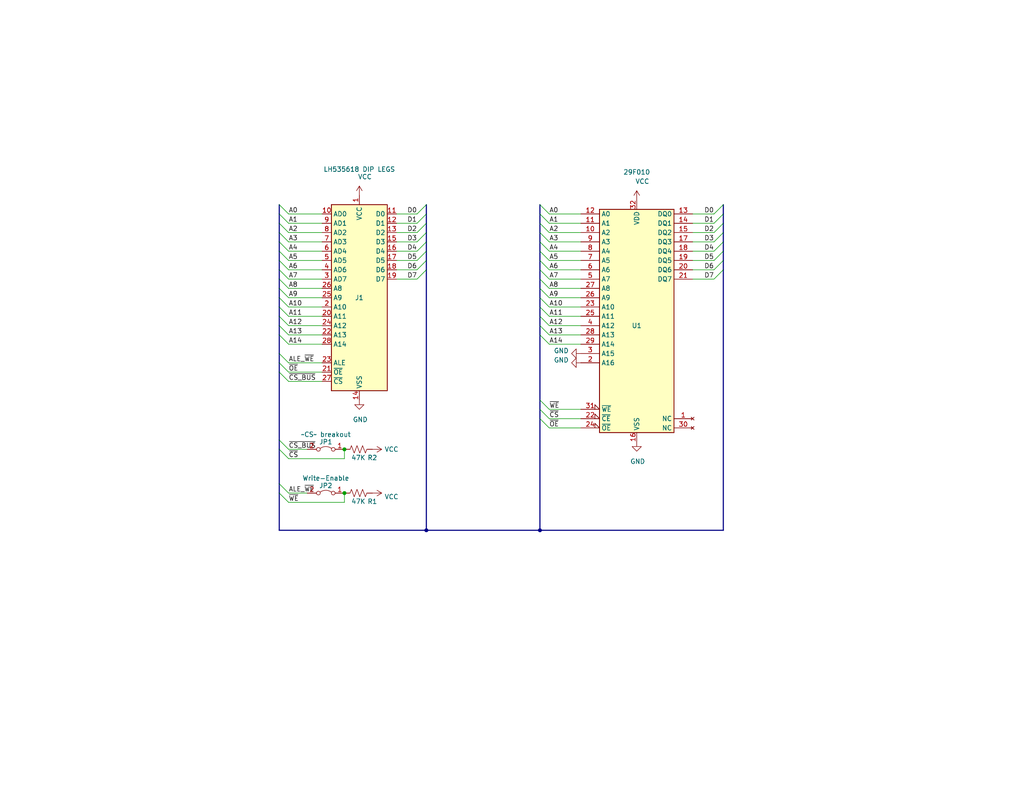
<source format=kicad_sch>
(kicad_sch (version 20211123) (generator eeschema)
  (paper "USLetter")
  (title_block (title "FlashROM_100") (date "2021-03-07") (rev "002") (company "Brian K. White - b.kenyon.w@gmail.com") (comment 1 "TRS-80 Model 100 system rom with suport for REX main rom feature"))
  (lib_symbols
    (symbol "000_LOCAL:Jumper_2_Bridged" (pin_names (offset 0) hide)
      (property "Reference" "JP" (at 0 1.905 0))
      (property "Value" "Jumper_2_Bridged" (at 0 -2.54 0))
      (symbol "Jumper_2_Bridged_0_0"
        (circle (center -2.032 0) (radius 0.508))
        (circle (center 2.032 0) (radius 0.508))
      )
      (symbol "Jumper_2_Bridged_0_1"
        (arc (start 1.524 0.254) (mid 0 0.762) (end -1.524 0.254))
      )
      (symbol "Jumper_2_Bridged_1_1"
        (pin passive line (at -5.08 0 0) (length 2.54) (name "A") (number "1"))
        (pin passive line (at 5.08 0 180) (length 2.54) (name "B") (number "2"))
      )
    )
    (symbol "000_LOCAL:LH535618"
      (property "Reference" "U" (at -7.62 26.67 0))
      (property "Value" "LH535618" (at 2.54 -26.67 0))
      (symbol "LH535618_1_1"
        (rectangle (start -7.62 25.4) (end 7.62 -25.4) (stroke (width 0.254)) (fill (type background)))
        (pin power_in line (at 0 27.94 270) (length 2.54) (name "VCC") (number "1"))
        (pin input line (at -10.16 22.86 0) (length 2.54) (name "AD0") (number "10"))
        (pin tri_state line (at 10.16 22.86 180) (length 2.54) (name "D0") (number "11"))
        (pin tri_state line (at 10.16 20.32 180) (length 2.54) (name "D1") (number "12"))
        (pin tri_state line (at 10.16 17.78 180) (length 2.54) (name "D2") (number "13"))
        (pin power_in line (at 0 -27.94 90) (length 2.54) (name "VSS") (number "14"))
        (pin tri_state line (at 10.16 15.24 180) (length 2.54) (name "D3") (number "15"))
        (pin tri_state line (at 10.16 12.7 180) (length 2.54) (name "D4") (number "16"))
        (pin tri_state line (at 10.16 10.16 180) (length 2.54) (name "D5") (number "17"))
        (pin tri_state line (at 10.16 7.62 180) (length 2.54) (name "D6") (number "18"))
        (pin tri_state line (at 10.16 5.08 180) (length 2.54) (name "D7") (number "19"))
        (pin input line (at -10.16 -2.54 0) (length 2.54) (name "A10") (number "2"))
        (pin input line (at -10.16 -5.08 0) (length 2.54) (name "A11") (number "20"))
        (pin input line (at -10.16 -20.32 0) (length 2.54) (name "~{OE}") (number "21"))
        (pin input line (at -10.16 -10.16 0) (length 2.54) (name "A13") (number "22"))
        (pin input line (at -10.16 -17.78 0) (length 2.54) (name "ALE") (number "23"))
        (pin input line (at -10.16 -7.62 0) (length 2.54) (name "A12") (number "24"))
        (pin input line (at -10.16 0 0) (length 2.54) (name "A9") (number "25"))
        (pin input line (at -10.16 2.54 0) (length 2.54) (name "A8") (number "26"))
        (pin input line (at -10.16 -22.86 0) (length 2.54) (name "~{CS}") (number "27"))
        (pin input line (at -10.16 -12.7 0) (length 2.54) (name "A14") (number "28"))
        (pin input line (at -10.16 5.08 0) (length 2.54) (name "AD7") (number "3"))
        (pin input line (at -10.16 7.62 0) (length 2.54) (name "AD6") (number "4"))
        (pin input line (at -10.16 10.16 0) (length 2.54) (name "AD5") (number "5"))
        (pin input line (at -10.16 12.7 0) (length 2.54) (name "AD4") (number "6"))
        (pin input line (at -10.16 15.24 0) (length 2.54) (name "AD3") (number "7"))
        (pin input line (at -10.16 17.78 0) (length 2.54) (name "AD2") (number "8"))
        (pin input line (at -10.16 20.32 0) (length 2.54) (name "AD1") (number "9"))
      )
    )
    (symbol "000_LOCAL:R_US" (pin_numbers hide) (pin_names (offset 0))
      (property "Reference" "R" (at 2.54 0 90))
      (property "Value" "R_US" (at -2.54 0 90))
      (symbol "R_US_0_1"
        (polyline (pts (xy 0 -2.286) (xy 0 -2.54)))
        (polyline (pts (xy 0 2.286) (xy 0 2.54)))
        (polyline (pts (xy 0 -0.762) (xy 1.016 -1.143) (xy 0 -1.524) (xy -1.016 -1.905) (xy 0 -2.286)))
        (polyline (pts (xy 0 0.762) (xy 1.016 0.381) (xy 0 0) (xy -1.016 -0.381) (xy 0 -0.762)))
        (polyline (pts (xy 0 2.286) (xy 1.016 1.905) (xy 0 1.524) (xy -1.016 1.143) (xy 0 0.762)))
      )
      (symbol "R_US_1_1"
        (pin passive line (at 0 3.81 270) (length 1.27) (name "~") (number "1"))
        (pin passive line (at 0 -3.81 90) (length 1.27) (name "~") (number "2"))
      )
    )
    (symbol "000_LOCAL:SST39SF010_PLCC"
      (property "Reference" "U" (at 2.54 33.02 0))
      (property "Value" "SST39SF010_PLCC" (at 0 -30.48 0))
      (symbol "SST39SF010_PLCC_0_0"
        (pin power_in line (at 0 -31.75 90) (length 2.54) (name "VSS") (number "16"))
        (pin power_in line (at 0 34.29 270) (length 2.54) (name "VDD") (number "32"))
      )
      (symbol "SST39SF010_PLCC_0_1"
        (rectangle (start -10.16 31.75) (end 10.16 -29.21) (stroke (width 0.254)) (fill (type background)))
      )
      (symbol "SST39SF010_PLCC_1_1"
        (pin no_connect line (at 15.24 -25.4 180) (length 5.08) (name "NC") (number "1"))
        (pin input line (at -15.24 25.4 0) (length 5.08) (name "A2") (number "10"))
        (pin input line (at -15.24 27.94 0) (length 5.08) (name "A1") (number "11"))
        (pin input line (at -15.24 30.48 0) (length 5.08) (name "A0") (number "12"))
        (pin tri_state line (at 15.24 30.48 180) (length 5.08) (name "DQ0") (number "13"))
        (pin tri_state line (at 15.24 27.94 180) (length 5.08) (name "DQ1") (number "14"))
        (pin tri_state line (at 15.24 25.4 180) (length 5.08) (name "DQ2") (number "15"))
        (pin tri_state line (at 15.24 22.86 180) (length 5.08) (name "DQ3") (number "17"))
        (pin tri_state line (at 15.24 20.32 180) (length 5.08) (name "DQ4") (number "18"))
        (pin tri_state line (at 15.24 17.78 180) (length 5.08) (name "DQ5") (number "19"))
        (pin input line (at -15.24 -10.16 0) (length 5.08) (name "A16") (number "2"))
        (pin tri_state line (at 15.24 15.24 180) (length 5.08) (name "DQ6") (number "20"))
        (pin tri_state line (at 15.24 12.7 180) (length 5.08) (name "DQ7") (number "21"))
        (pin input input_low (at -15.24 -25.4 0) (length 5.08) (name "~{CE}") (number "22"))
        (pin input line (at -15.24 5.08 0) (length 5.08) (name "A10") (number "23"))
        (pin input input_low (at -15.24 -27.94 0) (length 5.08) (name "~{OE}") (number "24"))
        (pin input line (at -15.24 2.54 0) (length 5.08) (name "A11") (number "25"))
        (pin input line (at -15.24 7.62 0) (length 5.08) (name "A9") (number "26"))
        (pin input line (at -15.24 10.16 0) (length 5.08) (name "A8") (number "27"))
        (pin input line (at -15.24 -2.54 0) (length 5.08) (name "A13") (number "28"))
        (pin input line (at -15.24 -5.08 0) (length 5.08) (name "A14") (number "29"))
        (pin input line (at -15.24 -7.62 0) (length 5.08) (name "A15") (number "3"))
        (pin no_connect line (at 15.24 -27.94 180) (length 5.08) (name "NC") (number "30"))
        (pin input input_low (at -15.24 -22.86 0) (length 5.08) (name "~{WE}") (number "31"))
        (pin input line (at -15.24 0 0) (length 5.08) (name "A12") (number "4"))
        (pin input line (at -15.24 12.7 0) (length 5.08) (name "A7") (number "5"))
        (pin input line (at -15.24 15.24 0) (length 5.08) (name "A6") (number "6"))
        (pin input line (at -15.24 17.78 0) (length 5.08) (name "A5") (number "7"))
        (pin input line (at -15.24 20.32 0) (length 5.08) (name "A4") (number "8"))
        (pin input line (at -15.24 22.86 0) (length 5.08) (name "A3") (number "9"))
      )
    )
    (symbol "power:GND" (power) (pin_names (offset 0))
      (property "Value" "GND" (at 0 -3.81 0))
      (symbol "GND_0_1"
        (polyline (pts (xy 0 0) (xy 0 -1.27) (xy 1.27 -1.27) (xy 0 -2.54) (xy -1.27 -1.27) (xy 0 -1.27)))
      )
      (symbol "GND_1_1"
        (pin power_in line (at 0 0 270) (length 0) hide (name "GND") (number "1"))
      )
    )
    (symbol "power:VCC" (power) (pin_names (offset 0))
      (property "Value" "VCC" (at 0 3.81 0))
      (symbol "VCC_0_1"
        (polyline (pts (xy -0.762 1.27) (xy 0 2.54)))
        (polyline (pts (xy 0 0) (xy 0 2.54)))
        (polyline (pts (xy 0 2.54) (xy 0.762 1.27)))
      )
      (symbol "VCC_1_1"
        (pin power_in line (at 0 0 90) (length 0) hide (name "VCC") (number "1"))
      )
    )
  )
  (junction (at 93.98 134.62))
  (junction (at 116.332 144.78))
  (junction (at 93.98 122.682))
  (junction (at 147.32 144.78))
  (bus_entry (at 147.32 76.2) (size 2.54 2.54))
  (bus_entry (at 147.32 111.76) (size 2.54 2.54))
  (bus_entry (at 76.2 91.44) (size 2.54 2.54))
  (bus_entry (at 76.2 88.9) (size 2.54 2.54))
  (bus_entry (at 76.2 73.66) (size 2.54 2.54))
  (bus_entry (at 113.792 58.42) (size 2.54 -2.54))
  (bus_entry (at 76.2 81.28) (size 2.54 2.54))
  (bus_entry (at 113.792 76.2) (size 2.54 -2.54))
  (bus_entry (at 76.2 134.62) (size 2.54 2.54))
  (bus_entry (at 113.792 60.96) (size 2.54 -2.54))
  (bus_entry (at 76.2 58.42) (size 2.54 2.54))
  (bus_entry (at 147.32 86.36) (size 2.54 2.54))
  (bus_entry (at 147.32 71.12) (size 2.54 2.54))
  (bus_entry (at 76.2 122.682) (size 2.54 2.54))
  (bus_entry (at 194.818 68.58) (size 2.54 -2.54))
  (bus_entry (at 113.792 63.5) (size 2.54 -2.54))
  (bus_entry (at 76.2 101.6) (size 2.54 2.54))
  (bus_entry (at 76.2 63.5) (size 2.54 2.54))
  (bus_entry (at 147.32 73.66) (size 2.54 2.54))
  (bus_entry (at 76.2 71.12) (size 2.54 2.54))
  (bus_entry (at 194.818 63.5) (size 2.54 -2.54))
  (bus_entry (at 147.32 91.44) (size 2.54 2.54))
  (bus_entry (at 113.792 66.04) (size 2.54 -2.54))
  (bus_entry (at 76.2 66.04) (size 2.54 2.54))
  (bus_entry (at 147.32 60.96) (size 2.54 2.54))
  (bus_entry (at 147.32 88.9) (size 2.54 2.54))
  (bus_entry (at 194.818 73.66) (size 2.54 -2.54))
  (bus_entry (at 147.32 63.5) (size 2.54 2.54))
  (bus_entry (at 76.2 55.88) (size 2.54 2.54))
  (bus_entry (at 76.2 132.08) (size 2.54 2.54))
  (bus_entry (at 194.818 76.2) (size 2.54 -2.54))
  (bus_entry (at 147.32 109.22) (size 2.54 2.54))
  (bus_entry (at 113.792 71.12) (size 2.54 -2.54))
  (bus_entry (at 147.32 68.58) (size 2.54 2.54))
  (bus_entry (at 76.2 60.96) (size 2.54 2.54))
  (bus_entry (at 147.32 55.88) (size 2.54 2.54))
  (bus_entry (at 76.2 68.58) (size 2.54 2.54))
  (bus_entry (at 113.792 68.58) (size 2.54 -2.54))
  (bus_entry (at 147.32 83.82) (size 2.54 2.54))
  (bus_entry (at 194.818 60.96) (size 2.54 -2.54))
  (bus_entry (at 76.2 83.82) (size 2.54 2.54))
  (bus_entry (at 194.818 66.04) (size 2.54 -2.54))
  (bus_entry (at 76.2 96.52) (size 2.54 2.54))
  (bus_entry (at 147.32 114.3) (size 2.54 2.54))
  (bus_entry (at 113.792 73.66) (size 2.54 -2.54))
  (bus_entry (at 147.32 58.42) (size 2.54 2.54))
  (bus_entry (at 147.32 81.28) (size 2.54 2.54))
  (bus_entry (at 76.2 99.06) (size 2.54 2.54))
  (bus_entry (at 147.32 78.74) (size 2.54 2.54))
  (bus_entry (at 194.818 58.42) (size 2.54 -2.54))
  (bus_entry (at 76.2 120.142) (size 2.54 2.54))
  (bus_entry (at 76.2 86.36) (size 2.54 2.54))
  (bus_entry (at 147.32 66.04) (size 2.54 2.54))
  (bus_entry (at 194.818 71.12) (size 2.54 -2.54))
  (bus_entry (at 76.2 76.2) (size 2.54 2.54))
  (bus_entry (at 76.2 78.74) (size 2.54 2.54))
  (bus (pts (xy 147.32 81.28) (xy 147.32 83.82)))
  (bus (pts (xy 116.332 55.88) (xy 116.332 58.42)))
  (wire (pts (xy 149.86 114.3) (xy 158.496 114.3)))
  (wire (pts (xy 78.74 71.12) (xy 87.884 71.12)))
  (bus (pts (xy 76.2 63.5) (xy 76.2 66.04)))
  (bus (pts (xy 197.358 68.58) (xy 197.358 71.12)))
  (bus (pts (xy 147.32 73.66) (xy 147.32 76.2)))
  (bus (pts (xy 147.32 66.04) (xy 147.32 68.58)))
  (wire (pts (xy 188.976 73.66) (xy 194.818 73.66)))
  (bus (pts (xy 76.2 134.62) (xy 76.2 144.78)))
  (bus (pts (xy 76.2 73.66) (xy 76.2 76.2)))
  (bus (pts (xy 116.332 63.5) (xy 116.332 66.04)))
  (wire (pts (xy 78.74 78.74) (xy 87.884 78.74)))
  (wire (pts (xy 108.204 68.58) (xy 113.792 68.58)))
  (bus (pts (xy 76.2 101.6) (xy 76.2 120.142)))
  (wire (pts (xy 188.976 68.58) (xy 194.818 68.58)))
  (wire (pts (xy 78.74 73.66) (xy 87.884 73.66)))
  (wire (pts (xy 149.86 76.2) (xy 158.496 76.2)))
  (wire (pts (xy 108.204 60.96) (xy 113.792 60.96)))
  (bus (pts (xy 147.32 71.12) (xy 147.32 73.66)))
  (bus (pts (xy 76.2 60.96) (xy 76.2 63.5)))
  (bus (pts (xy 147.32 76.2) (xy 147.32 78.74)))
  (wire (pts (xy 149.86 60.96) (xy 158.496 60.96)))
  (bus (pts (xy 76.2 120.142) (xy 76.2 122.682)))
  (wire (pts (xy 149.86 116.84) (xy 158.496 116.84)))
  (wire (pts (xy 149.86 58.42) (xy 158.496 58.42)))
  (bus (pts (xy 76.2 86.36) (xy 76.2 88.9)))
  (bus (pts (xy 76.2 144.78) (xy 116.332 144.78)))
  (wire (pts (xy 149.86 68.58) (xy 158.496 68.58)))
  (wire (pts (xy 78.74 81.28) (xy 87.884 81.28)))
  (bus (pts (xy 116.332 68.58) (xy 116.332 71.12)))
  (wire (pts (xy 108.204 63.5) (xy 113.792 63.5)))
  (bus (pts (xy 147.32 88.9) (xy 147.32 91.44)))
  (wire (pts (xy 78.74 66.04) (xy 87.884 66.04)))
  (bus (pts (xy 116.332 58.42) (xy 116.332 60.96)))
  (wire (pts (xy 78.74 86.36) (xy 87.884 86.36)))
  (wire (pts (xy 149.86 86.36) (xy 158.496 86.36)))
  (wire (pts (xy 78.74 104.14) (xy 87.884 104.14)))
  (bus (pts (xy 197.358 55.88) (xy 197.358 58.42)))
  (wire (pts (xy 149.86 91.44) (xy 158.496 91.44)))
  (wire (pts (xy 78.74 60.96) (xy 87.884 60.96)))
  (bus (pts (xy 147.32 55.88) (xy 147.32 58.42)))
  (wire (pts (xy 78.74 91.44) (xy 87.884 91.44)))
  (bus (pts (xy 197.358 58.42) (xy 197.358 60.96)))
  (wire (pts (xy 78.74 125.222) (xy 93.98 125.222)))
  (wire (pts (xy 149.86 71.12) (xy 158.496 71.12)))
  (bus (pts (xy 116.332 66.04) (xy 116.332 68.58)))
  (bus (pts (xy 76.2 58.42) (xy 76.2 60.96)))
  (wire (pts (xy 78.74 58.42) (xy 87.884 58.42)))
  (wire (pts (xy 78.74 99.06) (xy 87.884 99.06)))
  (wire (pts (xy 188.976 60.96) (xy 194.818 60.96)))
  (bus (pts (xy 76.2 81.28) (xy 76.2 83.82)))
  (bus (pts (xy 147.32 114.3) (xy 147.32 144.78)))
  (bus (pts (xy 116.332 144.78) (xy 147.32 144.78)))
  (wire (pts (xy 149.86 88.9) (xy 158.496 88.9)))
  (bus (pts (xy 197.358 63.5) (xy 197.358 66.04)))
  (bus (pts (xy 116.332 60.96) (xy 116.332 63.5)))
  (bus (pts (xy 76.2 66.04) (xy 76.2 68.58)))
  (bus (pts (xy 197.358 60.96) (xy 197.358 63.5)))
  (wire (pts (xy 78.74 63.5) (xy 87.884 63.5)))
  (bus (pts (xy 147.32 109.22) (xy 147.32 111.76)))
  (wire (pts (xy 78.74 101.6) (xy 87.884 101.6)))
  (bus (pts (xy 76.2 71.12) (xy 76.2 73.66)))
  (bus (pts (xy 76.2 83.82) (xy 76.2 86.36)))
  (wire (pts (xy 78.74 83.82) (xy 87.884 83.82)))
  (wire (pts (xy 93.98 134.62) (xy 93.98 137.16)))
  (bus (pts (xy 76.2 76.2) (xy 76.2 78.74)))
  (wire (pts (xy 108.204 73.66) (xy 113.792 73.66)))
  (wire (pts (xy 188.976 71.12) (xy 194.818 71.12)))
  (wire (pts (xy 149.86 81.28) (xy 158.496 81.28)))
  (bus (pts (xy 116.332 71.12) (xy 116.332 73.66)))
  (wire (pts (xy 93.98 122.682) (xy 93.98 125.222)))
  (bus (pts (xy 147.32 144.78) (xy 197.358 144.78)))
  (bus (pts (xy 76.2 68.58) (xy 76.2 71.12)))
  (wire (pts (xy 78.74 76.2) (xy 87.884 76.2)))
  (bus (pts (xy 116.332 73.66) (xy 116.332 144.78)))
  (wire (pts (xy 149.86 83.82) (xy 158.496 83.82)))
  (bus (pts (xy 76.2 88.9) (xy 76.2 91.44)))
  (wire (pts (xy 78.74 88.9) (xy 87.884 88.9)))
  (bus (pts (xy 76.2 122.682) (xy 76.2 132.08)))
  (wire (pts (xy 108.204 76.2) (xy 113.792 76.2)))
  (wire (pts (xy 78.74 93.98) (xy 87.884 93.98)))
  (wire (pts (xy 188.976 63.5) (xy 194.818 63.5)))
  (wire (pts (xy 188.976 66.04) (xy 194.818 66.04)))
  (bus (pts (xy 147.32 86.36) (xy 147.32 88.9)))
  (bus (pts (xy 76.2 132.08) (xy 76.2 134.62)))
  (wire (pts (xy 149.86 93.98) (xy 158.496 93.98)))
  (wire (pts (xy 78.74 134.62) (xy 83.82 134.62)))
  (bus (pts (xy 197.358 71.12) (xy 197.358 73.66)))
  (wire (pts (xy 108.204 71.12) (xy 113.792 71.12)))
  (wire (pts (xy 188.976 58.42) (xy 194.818 58.42)))
  (wire (pts (xy 149.86 66.04) (xy 158.496 66.04)))
  (wire (pts (xy 78.74 122.682) (xy 83.82 122.682)))
  (bus (pts (xy 147.32 60.96) (xy 147.32 63.5)))
  (wire (pts (xy 149.86 78.74) (xy 158.496 78.74)))
  (bus (pts (xy 197.358 66.04) (xy 197.358 68.58)))
  (bus (pts (xy 147.32 83.82) (xy 147.32 86.36)))
  (wire (pts (xy 78.74 137.16) (xy 93.98 137.16)))
  (wire (pts (xy 108.204 58.42) (xy 113.792 58.42)))
  (bus (pts (xy 147.32 111.76) (xy 147.32 114.3)))
  (bus (pts (xy 76.2 99.06) (xy 76.2 101.6)))
  (bus (pts (xy 197.358 73.66) (xy 197.358 144.78)))
  (wire (pts (xy 78.74 68.58) (xy 87.884 68.58)))
  (bus (pts (xy 76.2 78.74) (xy 76.2 81.28)))
  (bus (pts (xy 76.2 96.52) (xy 76.2 99.06)))
  (bus (pts (xy 147.32 68.58) (xy 147.32 71.12)))
  (wire (pts (xy 149.86 111.76) (xy 158.496 111.76)))
  (bus (pts (xy 147.32 63.5) (xy 147.32 66.04)))
  (wire (pts (xy 149.86 63.5) (xy 158.496 63.5)))
  (wire (pts (xy 149.86 73.66) (xy 158.496 73.66)))
  (bus (pts (xy 147.32 58.42) (xy 147.32 60.96)))
  (wire (pts (xy 188.976 76.2) (xy 194.818 76.2)))
  (bus (pts (xy 76.2 55.88) (xy 76.2 58.42)))
  (wire (pts (xy 108.204 66.04) (xy 113.792 66.04)))
  (bus (pts (xy 76.2 91.44) (xy 76.2 96.52)))
  (bus (pts (xy 147.32 78.74) (xy 147.32 81.28)))
  (bus (pts (xy 147.32 91.44) (xy 147.32 109.22)))
  (label "A1" (at 149.86 60.96 0))
  (label "~{CS_BUS}" (at 78.74 122.682 0))
  (label "~{OE}" (at 149.86 116.84 0))
  (label "A3" (at 149.86 66.04 0))
  (label "~{WE}" (at 78.74 137.16 0))
  (label "A13" (at 149.86 91.44 0))
  (label "D5" (at 194.818 71.12 180))
  (label "~{CS}" (at 78.74 125.222 0))
  (label "A9" (at 149.86 81.28 0))
  (label "A13" (at 78.74 91.44 0))
  (label "D5" (at 113.792 71.12 180))
  (label "A2" (at 149.86 63.5 0))
  (label "A11" (at 149.86 86.36 0))
  (label "D7" (at 113.792 76.2 180))
  (label "A10" (at 78.74 83.82 0))
  (label "A10" (at 149.86 83.82 0))
  (label "A5" (at 149.86 71.12 0))
  (label "A7" (at 78.74 76.2 0))
  (label "A14" (at 149.86 93.98 0))
  (label "D7" (at 194.818 76.2 180))
  (label "D1" (at 194.818 60.96 180))
  (label "A0" (at 149.86 58.42 0))
  (label "D0" (at 113.792 58.42 180))
  (label "ALE_~{WE}" (at 78.74 134.62 0))
  (label "~{OE}" (at 78.74 101.6 0))
  (label "D4" (at 194.818 68.58 180))
  (label "A1" (at 78.74 60.96 0))
  (label "D6" (at 194.818 73.66 180))
  (label "A6" (at 149.86 73.66 0))
  (label "D1" (at 113.792 60.96 180))
  (label "D4" (at 113.792 68.58 180))
  (label "A12" (at 78.74 88.9 0))
  (label "A4" (at 78.74 68.58 0))
  (label "A7" (at 149.86 76.2 0))
  (label "D2" (at 113.792 63.5 180))
  (label "A2" (at 78.74 63.5 0))
  (label "A6" (at 78.74 73.66 0))
  (label "A5" (at 78.74 71.12 0))
  (label "A8" (at 78.74 78.74 0))
  (label "A0" (at 78.74 58.42 0))
  (label "D6" (at 113.792 73.66 180))
  (label "D3" (at 113.792 66.04 180))
  (label "~{WE}" (at 149.86 111.76 0))
  (label "D3" (at 194.818 66.04 180))
  (label "A14" (at 78.74 93.98 0))
  (label "~{CS}" (at 149.86 114.3 0))
  (label "A8" (at 149.86 78.74 0))
  (label "ALE_~{WE}" (at 78.74 99.06 0))
  (label "~{CS_BUS}" (at 78.74 104.14 0))
  (label "A12" (at 149.86 88.9 0))
  (label "D0" (at 194.818 58.42 180))
  (label "D2" (at 194.818 63.5 180))
  (label "A9" (at 78.74 81.28 0))
  (label "A11" (at 78.74 86.36 0))
  (label "A4" (at 149.86 68.58 0))
  (label "A3" (at 78.74 66.04 0))
  (symbol (lib_id "000_LOCAL:SST39SF010_PLCC") (at 173.736 88.9 0) (unit 1)
    (property "Reference" "U1" (at 173.736 88.9 0))
    (property "Value" "29F010" (at 173.736 46.99 0))
    (property "Footprint" "000_LOCAL:PLCC32_7x9" (effects hide))
    (property "Datasheet" "http://ww1.microchip.com/downloads/en/DeviceDoc/doc0006.pdf" (effects hide))
  )
  (symbol (lib_id "000_LOCAL:LH535618") (at 98.044 81.28 0) (unit 1)
    (property "Reference" "J1" (at 98.044 81.28 0))
    (property "Value" "LH535618 DIP LEGS" (at 98.044 46.228 0))
    (property "Footprint" "000_LOCAL:DIP28_0.6_pcb_sil_pins" (effects hide))
    (property "Datasheet" "http://ww1.microchip.com/downloads/en/DeviceDoc/doc0014.pdf" (effects hide))
  )
  (symbol (lib_id "000_LOCAL:Jumper_2_Bridged") (at 88.9 122.682 0) (mirror y) (unit 1)
    (property "Reference" "JP1" (at 88.9 120.65 0))
    (property "Value" "~CS~ breakout" (at 88.9 118.618 0))
    (property "Footprint" "000_LOCAL:Pin_Header_Angled_1x02_Pitch2.54mm" (effects hide))
  )
  (symbol (lib_id "000_LOCAL:R_US") (at 97.79 122.682 90) (unit 1)
    (property "Reference" "R2" (at 101.6 124.968 90))
    (property "Value" "47K" (at 97.79 124.968 90))
    (property "Footprint" "000_LOCAL:R_0805" (effects hide))
  )
  (symbol (lib_id "000_LOCAL:R_US") (at 97.79 134.62 90) (unit 1)
    (property "Reference" "R1" (at 101.6 136.906 90))
    (property "Value" "47K" (at 97.79 136.906 90))
    (property "Footprint" "000_LOCAL:R_0805" (effects hide))
  )
  (symbol (lib_id "power:VCC") (at 173.736 54.61 0) (unit 1)
    (property "Reference" "#PWR0101" (effects hide))
    (property "Value" "VCC" (at 175.26 49.53 0))
  )
  (symbol (lib_id "power:VCC") (at 98.044 53.34 0) (unit 1)
    (property "Reference" "#PWR0102" (effects hide))
    (property "Value" "VCC" (at 99.568 48.26 0))
  )
  (symbol (lib_id "power:VCC") (at 101.6 122.682 270) (unit 1)
    (property "Reference" "#PWR0103" (effects hide))
    (property "Value" "VCC" (at 104.902 122.682 90) (effects (justify left)))
  )
  (symbol (lib_id "power:VCC") (at 101.6 134.62 270) (unit 1)
    (property "Reference" "#PWR0104" (effects hide))
    (property "Value" "VCC" (at 104.902 135.636 90) (effects (justify left)))
  )
  (symbol (lib_id "power:GND") (at 173.736 120.65 0) (unit 1)
    (property "Reference" "#PWR0105" (effects hide))
    (property "Value" "GND" (at 173.99 125.984 0))
  )
  (symbol (lib_id "power:GND") (at 98.044 109.22 0) (unit 1)
    (property "Reference" "#PWR0106" (effects hide))
    (property "Value" "GND" (at 98.298 114.554 0))
  )
  (symbol (lib_id "power:GND") (at 158.496 96.52 270) (unit 1)
    (property "Reference" "#PWR0107" (effects hide))
    (property "Value" "GND" (at 155.194 95.758 90) (effects (justify right)))
  )
  (symbol (lib_id "power:GND") (at 158.496 99.06 270) (unit 1)
    (property "Reference" "#PWR0108" (effects hide))
    (property "Value" "GND" (at 155.194 98.298 90) (effects (justify right)))
  )
  (symbol (lib_id "000_LOCAL:Jumper_2_Bridged") (at 88.9 134.62 0) (mirror y) (unit 1)
    (property "Reference" "JP2" (at 88.9 132.588 0))
    (property "Value" "Write-Enable" (at 88.9 130.556 0))
    (property "Footprint" "000_LOCAL:Pin_Header_Angled_1x02_Pitch2.54mm" (effects hide))
  )
)
</source>
